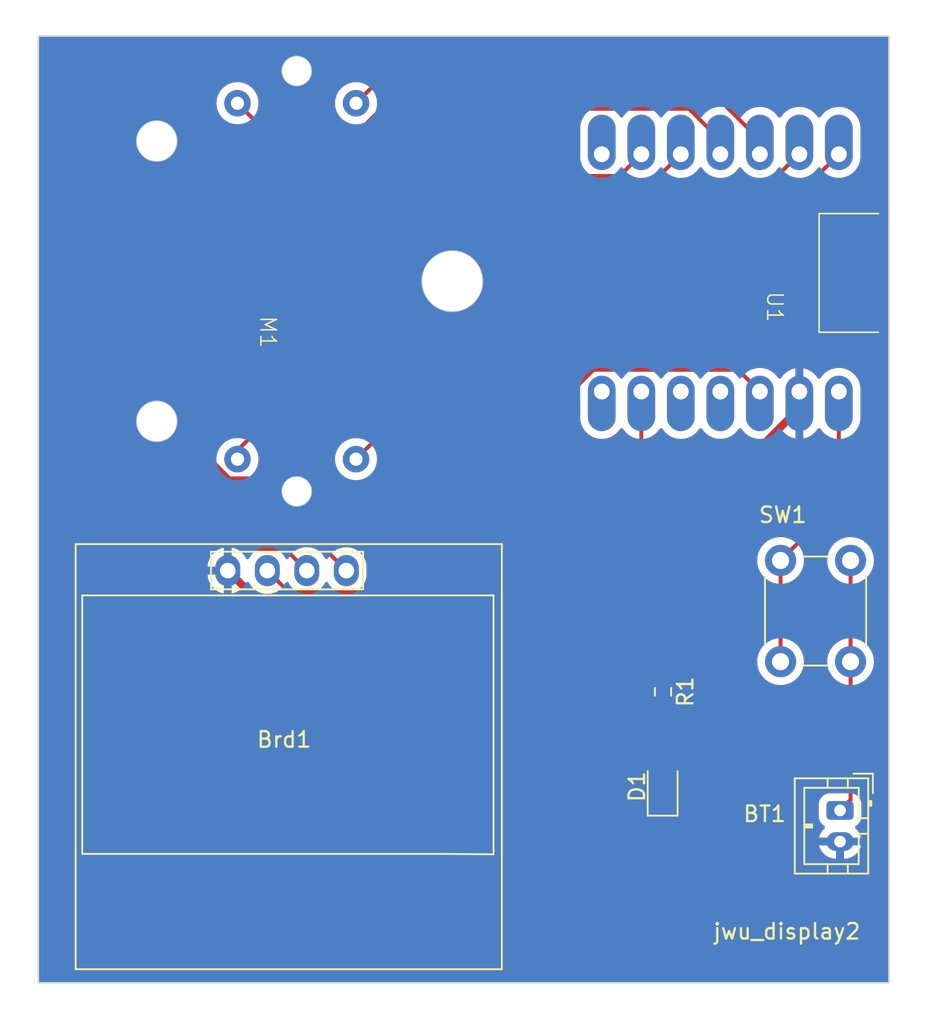
<source format=kicad_pcb>
(kicad_pcb (version 20221018) (generator pcbnew)
  (layers (0 "F.Cu" signal) (31 "B.Cu" signal) (34 "B.Paste" user) (35 "F.Paste" user) (36 "B.SilkS" user "B.Silkscreen") (37 "F.SilkS" user "F.Silkscreen") (38 "B.Mask" user) (39 "F.Mask" user) (44 "Edge.Cuts" user))
  (net 0 "")
  (net 1 "GND")
  (net 2 "Net-(Brd1-SCL)")
  (net 3 "Net-(Brd1-SDA)")
  (net 4 "Net-(BT1-+)")
  (net 5 "Net-(D1-A)")
  (net 6 "Net-(U1-GPIO1_A0_D0)")
  (net 7 "Net-(M1--)")
  (net 8 "Net-(U1-GPIO3_A2_D2)")
  (net 9 "Net-(U1-GPIO4_A3_D3)")
  (net 10 "Net-(U1-GPIO7_A8_D8_SCK)")
  (net 15 "/VCC")
  (net 16 "/BAT")
  (footprint "Demo:128x64OLED" (layer "F.Cu") (at 86.8934 87.6046)
    (fp_text reference "Brd1" (at 0 0.254) (layer "F.SilkS"))
    (fp_text value "SSD1306")
    (fp_line (start -13.4 -12.3) (end 14 -12.3) (stroke (width 0.12)) (layer "F.SilkS"))
    (fp_line (start -13.4 15) (end -13.4 -12.3) (stroke (width 0.12)) (layer "F.SilkS"))
    (fp_line (start -12.978 -9.005) (end 10.122 -9.005) (stroke (width 0.12)) (layer "F.SilkS"))
    (fp_line (start -12.978 7.595) (end -12.978 -9.005) (stroke (width 0.12)) (layer "F.SilkS"))
    (fp_line (start -4.699 -11.811) (end -4.699 -9.398) (stroke (width 0.12)) (layer "F.SilkS"))
    (fp_line (start -4.699 -11.811) (end 5.08 -11.811) (stroke (width 0.12)) (layer "F.SilkS"))
    (fp_line (start 5.08 -11.811) (end 5.08 -9.398) (stroke (width 0.12)) (layer "F.SilkS"))
    (fp_line (start 5.08 -9.398) (end -4.699 -9.398) (stroke (width 0.12)) (layer "F.SilkS"))
    (fp_line (start 10.122 -9.005) (end 13.208 -9.005) (stroke (width 0.12)) (layer "F.SilkS"))
    (fp_line (start 10.122 7.595) (end -12.978 7.595) (stroke (width 0.12)) (layer "F.SilkS"))
    (fp_line (start 10.122 7.595) (end 13.462 7.62) (stroke (width 0.12)) (layer "F.SilkS"))
    (fp_line (start 13.462 -9.017) (end 13.208 -9.005) (stroke (width 0.12)) (layer "F.SilkS"))
    (fp_line (start 13.462 7.62) (end 13.462 -9.017) (stroke (width 0.12)) (layer "F.SilkS"))
    (fp_line (start 14 -12.3) (end 14 15) (stroke (width 0.12)) (layer "F.SilkS"))
    (fp_line (start 14 15) (end -13.4 15) (stroke (width 0.12)) (layer "F.SilkS"))
    (pad "1" thru_hole oval (at -3.62 -10.6 90) (size 2 1.6) (drill 1) (layers "*.Cu" "*.Mask") (net 1 "GND"))
    (pad "2" thru_hole oval (at -1.08 -10.6 90) (size 2 1.6) (drill 1) (layers "*.Cu" "*.Mask") (net 15 "/VCC"))
    (pad "3" thru_hole oval (at 1.46 -10.6 90) (size 2 1.6) (drill 1) (layers "*.Cu" "*.Mask") (net 2 "Net-(Brd1-SCL)"))
    (pad "4" thru_hole oval (at 4 -10.6 90) (size 2 1.6) (drill 1) (layers "*.Cu" "*.Mask") (net 3 "Net-(Brd1-SDA)"))
  )
  (footprint "Demo:XIAO_ESP32_SENSE" (layer "F.Cu") (at 114.935 57.8866 -90)
    (fp_text reference "U1" (at 2.1844 -3.5052 -90 unlocked) (layer "F.SilkS") (effects (font (thickness 0.1))))
    (fp_text value "~")
    (fp_line (start -3.81 -10.16) (end -3.81 -6.35) (stroke (width 0.1)) (layer "F.SilkS"))
    (fp_line (start -3.81 -6.35) (end 3.81 -6.35) (stroke (width 0.1)) (layer "F.SilkS"))
    (fp_line (start 3.81 -6.35) (end 3.81 -10.16) (stroke (width 0.1)) (layer "F.SilkS"))
    (pad "1" thru_hole oval (at -7.62 -7.62 270) (size 3.556 1.778) (drill 1.016 (offset -0.762 0)) (layers "*.Cu" "*.Mask") (net 6 "Net-(U1-GPIO1_A0_D0)"))
    (pad "2" thru_hole oval (at -7.62 -5.08 270) (size 3.556 1.778) (drill 1.016 (offset -0.762 0)) (layers "*.Cu" "*.Mask") (net 7 "Net-(M1--)"))
    (pad "3" thru_hole oval (at -7.62 -2.54 270) (size 3.556 1.778) (drill 1.016 (offset -0.762 0)) (layers "*.Cu" "*.Mask") (net 8 "Net-(U1-GPIO3_A2_D2)"))
    (pad "4" thru_hole oval (at -7.62 0 270) (size 3.556 1.778) (drill 1.016 (offset -0.762 0)) (layers "*.Cu" "*.Mask") (net 9 "Net-(U1-GPIO4_A3_D3)"))
    (pad "5" thru_hole oval (at -7.62 2.54 270) (size 3.556 1.778) (drill 1.016 (offset -0.762 0)) (layers "*.Cu" "*.Mask") (net 3 "Net-(Brd1-SDA)"))
    (pad "6" thru_hole oval (at -7.62 5.08 270) (size 3.556 1.778) (drill 1.016 (offset -0.762 0)) (layers "*.Cu" "*.Mask") (net 2 "Net-(Brd1-SCL)"))
    (pad "7" thru_hole oval (at -7.62 7.62 270) (size 3.556 1.778) (drill 1.016 (offset -0.762 0)) (layers "*.Cu" "*.Mask"))
    (pad "8" thru_hole oval (at 7.62 -7.62 270) (size 3.556 1.778) (drill 1.016 (offset 0.762 0)) (layers "*.Cu" "*.Mask") (net 16 "/BAT"))
    (pad "9" thru_hole oval (at 7.62 -5.08 270) (size 3.556 1.778) (drill 1.016 (offset 0.762 0)) (layers "*.Cu" "*.Mask") (net 1 "GND"))
    (pad "10" thru_hole oval (at 7.62 -2.54 270) (size 3.556 1.778) (drill 1.016 (offset 0.762 0)) (layers "*.Cu" "*.Mask") (net 15 "/VCC"))
    (pad "11" thru_hole oval (at 7.62 0 270) (size 3.556 1.778) (drill 1.016 (offset 0.762 0)) (layers "*.Cu" "*.Mask"))
    (pad "12" thru_hole oval (at 7.62 2.54 270) (size 3.556 1.778) (drill 1.016 (offset 0.762 0)) (layers "*.Cu" "*.Mask"))
    (pad "13" thru_hole oval (at 7.62 5.08 270) (size 3.556 1.778) (drill 1.016 (offset 0.762 0)) (layers "*.Cu" "*.Mask") (net 10 "Net-(U1-GPIO7_A8_D8_SCK)"))
    (pad "14" thru_hole oval (at 7.62 7.62 270) (size 3.556 1.778) (drill 1.016 (offset 0.762 0)) (layers "*.Cu" "*.Mask"))
  )
  (footprint "LED_SMD:LED_0805_2012Metric_Pad1.15x1.40mm_HandSolder" (layer "F.Cu") (at 111.2266 90.8831 90)
    (fp_text reference "D1" (at 0 -1.65 90) (layer "F.SilkS"))
    (fp_text value "LED")
    (fp_line (start -1.86 -0.96) (end -1.86 0.96) (stroke (width 0.12)) (layer "F.SilkS"))
    (fp_line (start -1.86 0.96) (end 1 0.96) (stroke (width 0.12)) (layer "F.SilkS"))
    (fp_line (start 1 -0.96) (end -1.86 -0.96) (stroke (width 0.12)) (layer "F.SilkS"))
    (pad "1" smd roundrect (at -1.025 0 90) (size 1.15 1.4) (layers "F.Cu" "F.Paste" "F.Mask") (roundrect_rratio 0.2173913043) (net 1 "GND"))
    (pad "2" smd roundrect (at 1.025 0 90) (size 1.15 1.4) (layers "F.Cu" "F.Paste" "F.Mask") (roundrect_rratio 0.2173913043) (net 5 "Net-(D1-A)"))
  )
  (footprint "Connector_JST:JST_PH_B2B-PH-K_1x02_P2.00mm_Vertical" (layer "F.Cu") (at 122.6312 92.4052 -90)
    (fp_text reference "BT1" (at 0.2286 4.8514 -180) (layer "F.SilkS"))
    (fp_text value "Battery 3.7")
    (fp_line (start -2.36 -2.11) (end -2.36 -0.86) (stroke (width 0.12)) (layer "F.SilkS"))
    (fp_line (start -2.06 -1.81) (end -2.06 2.91) (stroke (width 0.12)) (layer "F.SilkS"))
    (fp_line (start -2.06 -0.5) (end -1.45 -0.5) (stroke (width 0.12)) (layer "F.SilkS"))
    (fp_line (start -2.06 0.8) (end -1.45 0.8) (stroke (width 0.12)) (layer "F.SilkS"))
    (fp_line (start -2.06 2.91) (end 4.06 2.91) (stroke (width 0.12)) (layer "F.SilkS"))
    (fp_line (start -1.45 -1.2) (end -1.45 2.3) (stroke (width 0.12)) (layer "F.SilkS"))
    (fp_line (start -1.45 2.3) (end 3.45 2.3) (stroke (width 0.12)) (layer "F.SilkS"))
    (fp_line (start -1.11 -2.11) (end -2.36 -2.11) (stroke (width 0.12)) (layer "F.SilkS"))
    (fp_line (start -0.6 -2.01) (end -0.6 -1.81) (stroke (width 0.12)) (layer "F.SilkS"))
    (fp_line (start -0.3 -2.01) (end -0.6 -2.01) (stroke (width 0.12)) (layer "F.SilkS"))
    (fp_line (start -0.3 -1.91) (end -0.6 -1.91) (stroke (width 0.12)) (layer "F.SilkS"))
    (fp_line (start -0.3 -1.81) (end -0.3 -2.01) (stroke (width 0.12)) (layer "F.SilkS"))
    (fp_line (start 0.5 -1.81) (end 0.5 -1.2) (stroke (width 0.12)) (layer "F.SilkS"))
    (fp_line (start 0.5 -1.2) (end -1.45 -1.2) (stroke (width 0.12)) (layer "F.SilkS"))
    (fp_line (start 0.9 1.8) (end 1.1 1.8) (stroke (width 0.12)) (layer "F.SilkS"))
    (fp_line (start 0.9 2.3) (end 0.9 1.8) (stroke (width 0.12)) (layer "F.SilkS"))
    (fp_line (start 1 2.3) (end 1 1.8) (stroke (width 0.12)) (layer "F.SilkS"))
    (fp_line (start 1.1 1.8) (end 1.1 2.3) (stroke (width 0.12)) (layer "F.SilkS"))
    (fp_line (start 1.5 -1.2) (end 1.5 -1.81) (stroke (width 0.12)) (layer "F.SilkS"))
    (fp_line (start 3.45 -1.2) (end 1.5 -1.2) (stroke (width 0.12)) (layer "F.SilkS"))
    (fp_line (start 3.45 2.3) (end 3.45 -1.2) (stroke (width 0.12)) (layer "F.SilkS"))
    (fp_line (start 4.06 -1.81) (end -2.06 -1.81) (stroke (width 0.12)) (layer "F.SilkS"))
    (fp_line (start 4.06 -0.5) (end 3.45 -0.5) (stroke (width 0.12)) (layer "F.SilkS"))
    (fp_line (start 4.06 0.8) (end 3.45 0.8) (stroke (width 0.12)) (layer "F.SilkS"))
    (fp_line (start 4.06 2.91) (end 4.06 -1.81) (stroke (width 0.12)) (layer "F.SilkS"))
    (pad "1" thru_hole roundrect (at 0 0 270) (size 1.2 1.75) (drill 0.75) (layers "*.Cu" "*.Mask") (roundrect_rratio 0.2083333333) (net 4 "Net-(BT1-+)"))
    (pad "2" thru_hole oval (at 2 0 270) (size 1.2 1.75) (drill 0.75) (layers "*.Cu" "*.Mask") (net 1 "GND"))
  )
  (footprint "Resistor_SMD:R_0603_1608Metric_Pad0.98x0.95mm_HandSolder" (layer "F.Cu") (at 111.252 84.7871 -90)
    (fp_text reference "R1" (at 0 -1.43 90) (layer "F.SilkS"))
    (fp_text value "85Ω")
    (fp_line (start -0.254724 -0.5225) (end 0.254724 -0.5225) (stroke (width 0.12)) (layer "F.SilkS"))
    (fp_line (start -0.254724 0.5225) (end 0.254724 0.5225) (stroke (width 0.12)) (layer "F.SilkS"))
    (pad "1" smd roundrect (at -0.9125 0 270) (size 0.975 0.95) (layers "F.Cu" "F.Paste" "F.Mask") (net 10 "Net-(U1-GPIO7_A8_D8_SCK)"))
    (pad "2" smd roundrect (at 0.9125 0 270) (size 0.975 0.95) (layers "F.Cu" "F.Paste" "F.Mask") (net 5 "Net-(D1-A)"))
  )
  (footprint "Demo:x27_stepper_two_holes" (layer "F.Cu") (at 77.5462 60.96 -90)
    (fp_text reference "M1" (at 0.7224 -8.3126 -90 unlocked) (layer "F.SilkS") (effects (font (thickness 0.1))))
    (fp_text value "Stepper_Motor_bipolar")
    (fp_circle (center -16.04 -10.16) (end -15.09 -10.16) (stroke (width 0.05)) (fill none) (layer "Edge.Cuts"))
    (fp_circle (center -11.54 -1.16) (end -10.24 -1.16) (stroke (width 0.05)) (fill none) (layer "Edge.Cuts"))
    (fp_circle (center -2.54 -20.16) (end -0.59 -20.16) (stroke (width 0.05)) (fill none) (layer "Edge.Cuts"))
    (fp_circle (center 6.46 -1.16) (end 7.76 -1.16) (stroke (width 0.05)) (fill none) (layer "Edge.Cuts"))
    (fp_circle (center 10.96 -10.16) (end 11.91 -10.16) (stroke (width 0.05)) (fill none) (layer "Edge.Cuts"))
    (pad "1" thru_hole circle (at 8.89 -13.97 270) (size 1.7 1.7) (drill 0.85) (layers "*.Cu" "*.Mask") (net 6 "Net-(U1-GPIO1_A0_D0)"))
    (pad "2" thru_hole circle (at 8.89 -6.35 270) (size 1.7 1.7) (drill 0.85) (layers "*.Cu" "*.Mask") (net 7 "Net-(M1--)"))
    (pad "3" thru_hole circle (at -13.97 -13.97 270) (size 1.7 1.7) (drill 0.85) (layers "*.Cu" "*.Mask") (net 8 "Net-(U1-GPIO3_A2_D2)"))
    (pad "4" thru_hole circle (at -13.97 -6.35 270) (size 1.7 1.7) (drill 0.85) (layers "*.Cu" "*.Mask") (net 9 "Net-(U1-GPIO4_A3_D3)"))
  )
  (footprint "Button_Switch_THT:SW_PUSH_6mm" (layer "F.Cu") (at 118.8064 82.8536 90)
    (fp_text reference "SW1" (at 9.4222 0.1418 180) (layer "F.SilkS"))
    (fp_text value "SW_SPST")
    (fp_line (start -0.25 1.5) (end -0.25 3) (stroke (width 0.12)) (layer "F.SilkS"))
    (fp_line (start 1 5.5) (end 5.5 5.5) (stroke (width 0.12)) (layer "F.SilkS"))
    (fp_line (start 5.5 -1) (end 1 -1) (stroke (width 0.12)) (layer "F.SilkS"))
    (fp_line (start 6.75 3) (end 6.75 1.5) (stroke (width 0.12)) (layer "F.SilkS"))
    (pad "1" thru_hole circle (at 0 0 180) (size 2 2) (drill 1.1) (layers "*.Cu" "*.Mask") (net 16 "/BAT"))
    (pad "1" thru_hole circle (at 6.5 0 180) (size 2 2) (drill 1.1) (layers "*.Cu" "*.Mask") (net 16 "/BAT"))
    (pad "2" thru_hole circle (at 0 4.5 180) (size 2 2) (drill 1.1) (layers "*.Cu" "*.Mask") (net 4 "Net-(BT1-+)"))
    (pad "2" thru_hole circle (at 6.5 4.5 180) (size 2 2) (drill 1.1) (layers "*.Cu" "*.Mask") (net 4 "Net-(BT1-+)"))
  )
  (gr_rect (start 71.0946 42.672) (end 125.7808 103.4796) (stroke (width 0.1)) (fill none) (layer "Edge.Cuts"))
  (gr_text "jwu_display2" (at 114.4016 100.7618) (layer "F.SilkS") (effects (font (size 1 1)) (justify left bottom)))
  (segment (start 98.1769 91.9081) (end 83.2734 77.0046) (width 0.5) (layer "F.Cu") (net 1))
  (segment (start 122.6312 94.4052) (end 113.7237 94.4052) (width 0.5) (layer "F.Cu") (net 1))
  (segment (start 111.2266 91.9081) (end 114.9604 88.1743) (width 0.5) (layer "F.Cu") (net 1))
  (segment (start 111.2266 91.9081) (end 98.1769 91.9081) (width 0.5) (layer "F.Cu") (net 1))
  (segment (start 113.7237 94.4052) (end 111.2266 91.9081) (width 0.5) (layer "F.Cu") (net 1))
  (segment (start 120.015 66.587599) (end 120.015 65.5066) (width 0.5) (layer "F.Cu") (net 1))
  (segment (start 114.9604 88.1743) (end 114.9604 71.642199) (width 0.5) (layer "F.Cu") (net 1))
  (segment (start 114.9604 71.642199) (end 120.015 66.587599) (width 0.5) (layer "F.Cu") (net 1))
  (segment (start 86.9724 75.6236) (end 88.3534 77.0046) (width 0.254) (layer "F.Cu") (net 2))
  (segment (start 75.7174 66.46058) (end 84.88042 75.6236) (width 0.254) (layer "F.Cu") (net 2))
  (segment (start 109.855 50.2666) (end 108.458 51.6636) (width 0.254) (layer "F.Cu") (net 2))
  (segment (start 87.2236 51.6636) (end 75.7174 63.1698) (width 0.254) (layer "F.Cu") (net 2))
  (segment (start 108.458 51.6636) (end 87.2236 51.6636) (width 0.254) (layer "F.Cu") (net 2))
  (segment (start 84.88042 75.6236) (end 86.9724 75.6236) (width 0.254) (layer "F.Cu") (net 2))
  (segment (start 75.7174 63.1698) (end 75.7174 66.46058) (width 0.254) (layer "F.Cu") (net 2))
  (segment (start 80.135727 67.830424) (end 80.135727 63.602873) (width 0.254) (layer "F.Cu") (net 3))
  (segment (start 84.9698 71.081) (end 83.386303 71.081) (width 0.254) (layer "F.Cu") (net 3))
  (segment (start 109.4994 53.1622) (end 90.5764 53.1622) (width 0.254) (layer "F.Cu") (net 3))
  (segment (start 90.8934 77.0046) (end 84.9698 71.081) (width 0.254) (layer "F.Cu") (net 3))
  (segment (start 90.5764 53.1622) (end 80.135727 63.602873) (width 0.254) (layer "F.Cu") (net 3))
  (segment (start 83.386303 71.081) (end 80.135727 67.830424) (width 0.254) (layer "F.Cu") (net 3))
  (segment (start 112.395 50.2666) (end 109.4994 53.1622) (width 0.254) (layer "F.Cu") (net 3))
  (segment (start 123.3064 91.73) (end 122.6312 92.4052) (width 0.254) (layer "F.Cu") (net 4))
  (segment (start 123.3064 82.8536) (end 123.3064 91.73) (width 0.254) (layer "F.Cu") (net 4))
  (segment (start 123.3064 76.3536) (end 123.3064 82.8536) (width 0.254) (layer "F.Cu") (net 4))
  (segment (start 111.252 85.6996) (end 111.252 89.8327) (width 0.254) (layer "F.Cu") (net 5))
  (segment (start 111.252 89.8327) (end 111.2266 89.8581) (width 0.254) (layer "F.Cu") (net 5))
  (segment (start 114.7064 58.1152) (end 103.251 58.1152) (width 0.254) (layer "F.Cu") (net 6))
  (segment (start 122.555 50.2666) (end 114.7064 58.1152) (width 0.254) (layer "F.Cu") (net 6))
  (segment (start 103.251 58.1152) (end 91.5162 69.85) (width 0.254) (layer "F.Cu") (net 6))
  (segment (start 83.8962 69.281608) (end 83.8962 69.85) (width 0.254) (layer "F.Cu") (net 7))
  (segment (start 97.577208 55.6006) (end 83.8962 69.281608) (width 0.254) (layer "F.Cu") (net 7))
  (segment (start 119.9896 50.2666) (end 114.6556 55.6006) (width 0.254) (layer "F.Cu") (net 7))
  (segment (start 114.6556 55.6006) (end 97.577208 55.6006) (width 0.254) (layer "F.Cu") (net 7))
  (segment (start 117.475 49.359549) (end 112.413051 44.2976) (width 0.254) (layer "F.Cu") (net 8))
  (segment (start 117.475 50.2666) (end 117.475 49.359549) (width 0.254) (layer "F.Cu") (net 8))
  (segment (start 94.2086 44.2976) (end 91.5162 46.99) (width 0.254) (layer "F.Cu") (net 8))
  (segment (start 112.413051 44.2976) (end 94.2086 44.2976) (width 0.254) (layer "F.Cu") (net 8))
  (segment (start 86.5632 49.657) (end 90.8304 49.657) (width 0.254) (layer "F.Cu") (net 9))
  (segment (start 83.8962 46.99) (end 86.5632 49.657) (width 0.254) (layer "F.Cu") (net 9))
  (segment (start 90.8304 49.657) (end 93.1418 47.3456) (width 0.254) (layer "F.Cu") (net 9))
  (segment (start 93.1418 47.3456) (end 112.921051 47.3456) (width 0.254) (layer "F.Cu") (net 9))
  (segment (start 112.921051 47.3456) (end 114.935 49.359549) (width 0.254) (layer "F.Cu") (net 9))
  (segment (start 114.935 49.359549) (end 114.935 50.2666) (width 0.254) (layer "F.Cu") (net 9))
  (segment (start 109.855 65.5066) (end 109.855 82.4776) (width 0.254) (layer "F.Cu") (net 10))
  (segment (start 109.855 82.4776) (end 111.252 83.8746) (width 0.254) (layer "F.Cu") (net 10))
  (segment (start 87.1944 78.3856) (end 92.5056 78.3856) (width 0.254) (layer "F.Cu") (net 15))
  (segment (start 117.475 65.5066) (end 117.475 66.413651) (width 0.254) (layer "F.Cu") (net 15))
  (segment (start 85.8134 77.0046) (end 87.1944 78.3856) (width 0.254) (layer "F.Cu") (net 15))
  (segment (start 116.078 64.1096) (end 106.7816 64.1096) (width 0.254) (layer "F.Cu") (net 15))
  (segment (start 106.7816 64.1096) (end 92.5056 78.3856) (width 0.254) (layer "F.Cu") (net 15))
  (segment (start 117.475 65.5066) (end 116.078 64.1096) (width 0.254) (layer "F.Cu") (net 15))
  (segment (start 122.555 65.5066) (end 122.555 72.605) (width 0.254) (layer "F.Cu") (net 16))
  (segment (start 118.8064 76.3536) (end 118.8064 82.8536) (width 0.254) (layer "F.Cu") (net 16))
  (segment (start 122.555 72.605) (end 118.8064 76.3536) (width 0.254) (layer "F.Cu") (net 16))
  (zone (net 1) (net_name "GND") (layers "F&B.Cu") (connect_pads (clearance 0.5)) (min_thickness 0.25) (fill yes (thermal_gap 0.5) (thermal_bridge_width 0.5))
    (polygon (pts (xy 69.7738 40.3606) (xy 128.0922 40.3606) (xy 128.0922 106.1212) (xy 68.6308 106.1212)))
  )
)
</source>
